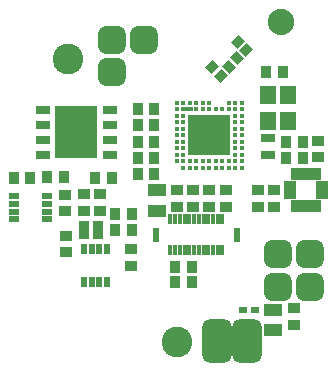
<source format=gts>
G04*
G04 #@! TF.GenerationSoftware,Altium Limited,Altium Designer,19.0.12 (326)*
G04*
G04 Layer_Color=8388736*
%FSLAX24Y24*%
%MOIN*%
G70*
G01*
G75*
%ADD35R,0.0356X0.0434*%
%ADD36R,0.0230X0.0513*%
%ADD37R,0.0171X0.0328*%
G04:AMPARAMS|DCode=38|XSize=33.6mil|YSize=29.7mil|CornerRadius=0mil|HoleSize=0mil|Usage=FLASHONLY|Rotation=45.000|XOffset=0mil|YOffset=0mil|HoleType=Round|Shape=Rectangle|*
%AMROTATEDRECTD38*
4,1,4,-0.0014,-0.0224,-0.0224,-0.0014,0.0014,0.0224,0.0224,0.0014,-0.0014,-0.0224,0.0*
%
%ADD38ROTATEDRECTD38*%

G04:AMPARAMS|DCode=39|XSize=33.6mil|YSize=29.7mil|CornerRadius=0mil|HoleSize=0mil|Usage=FLASHONLY|Rotation=315.000|XOffset=0mil|YOffset=0mil|HoleType=Round|Shape=Rectangle|*
%AMROTATEDRECTD39*
4,1,4,-0.0224,0.0014,-0.0014,0.0224,0.0224,-0.0014,0.0014,-0.0224,-0.0224,0.0014,0.0*
%
%ADD39ROTATEDRECTD39*%

%ADD40R,0.0434X0.0356*%
%ADD41R,0.0277X0.0198*%
%ADD42R,0.0592X0.0415*%
G04:AMPARAMS|DCode=43|XSize=93mil|YSize=93mil|CornerRadius=25.3mil|HoleSize=0mil|Usage=FLASHONLY|Rotation=0.000|XOffset=0mil|YOffset=0mil|HoleType=Round|Shape=RoundedRectangle|*
%AMROUNDEDRECTD43*
21,1,0.0930,0.0425,0,0,0.0*
21,1,0.0425,0.0930,0,0,0.0*
1,1,0.0505,0.0213,-0.0213*
1,1,0.0505,-0.0213,-0.0213*
1,1,0.0505,-0.0213,0.0213*
1,1,0.0505,0.0213,0.0213*
%
%ADD43ROUNDEDRECTD43*%
%ADD44R,0.0375X0.0237*%
%ADD45R,0.0198X0.0395*%
%ADD46R,0.0395X0.0198*%
%ADD47R,0.0493X0.0257*%
%ADD48R,0.1419X0.1773*%
%ADD49R,0.0552X0.0631*%
%ADD50R,0.0513X0.0316*%
%ADD51R,0.0237X0.0375*%
%ADD52R,0.0375X0.0190*%
%ADD53R,0.0391X0.0174*%
%ADD54R,0.0174X0.0174*%
%ADD55R,0.1437X0.1372*%
%ADD56C,0.0883*%
G04:AMPARAMS|DCode=57|XSize=145.8mil|YSize=98.6mil|CornerRadius=26.6mil|HoleSize=0mil|Usage=FLASHONLY|Rotation=90.000|XOffset=0mil|YOffset=0mil|HoleType=Round|Shape=RoundedRectangle|*
%AMROUNDEDRECTD57*
21,1,0.1458,0.0453,0,0,90.0*
21,1,0.0925,0.0986,0,0,90.0*
1,1,0.0533,0.0226,0.0463*
1,1,0.0533,0.0226,-0.0463*
1,1,0.0533,-0.0226,-0.0463*
1,1,0.0533,-0.0226,0.0463*
%
%ADD57ROUNDEDRECTD57*%
%ADD58C,0.1025*%
%ADD59C,0.0300*%
D35*
X379Y-3100D02*
D03*
X-172D02*
D03*
Y-2598D02*
D03*
X379D02*
D03*
X-5001Y396D02*
D03*
X-5552D02*
D03*
X-2173Y-1341D02*
D03*
X-1622D02*
D03*
X-4426Y400D02*
D03*
X-3874D02*
D03*
X-2274Y396D02*
D03*
X-2825D02*
D03*
X-1417Y508D02*
D03*
X-866D02*
D03*
X-1417Y1049D02*
D03*
X-866D02*
D03*
X-1417Y1591D02*
D03*
X-866D02*
D03*
X-1417Y2132D02*
D03*
X-866D02*
D03*
X-1417Y2673D02*
D03*
X-866D02*
D03*
X3415Y3898D02*
D03*
X2864D02*
D03*
X3530Y1591D02*
D03*
X4081D02*
D03*
X3530Y1049D02*
D03*
X4081D02*
D03*
X-2173Y-807D02*
D03*
X-1622D02*
D03*
D36*
X1896Y-1506D02*
D03*
X-813D02*
D03*
D37*
X-325Y-2028D02*
D03*
Y-984D02*
D03*
X1407Y-2028D02*
D03*
Y-984D02*
D03*
X-167D02*
D03*
X-10D02*
D03*
X148D02*
D03*
X305D02*
D03*
X463D02*
D03*
X620D02*
D03*
X778D02*
D03*
X935D02*
D03*
X1093D02*
D03*
X1250D02*
D03*
Y-2028D02*
D03*
X1093D02*
D03*
X935D02*
D03*
X778D02*
D03*
X620D02*
D03*
X463D02*
D03*
X305D02*
D03*
X148D02*
D03*
X-10D02*
D03*
X-167D02*
D03*
D38*
X2199Y4639D02*
D03*
X1921Y4917D02*
D03*
X1350Y3789D02*
D03*
X1072Y4068D02*
D03*
D39*
X1900Y4367D02*
D03*
X1622Y4089D02*
D03*
D40*
X3789Y-3967D02*
D03*
Y-4518D02*
D03*
X-3850Y-177D02*
D03*
Y-729D02*
D03*
X-3797Y-1537D02*
D03*
Y-2089D02*
D03*
X4596Y1624D02*
D03*
Y1073D02*
D03*
X3140Y-33D02*
D03*
Y-585D02*
D03*
X2598D02*
D03*
Y-33D02*
D03*
X-1624Y-2549D02*
D03*
Y-1998D02*
D03*
X1516Y-585D02*
D03*
Y-33D02*
D03*
X974Y-585D02*
D03*
Y-33D02*
D03*
X433Y-585D02*
D03*
Y-33D02*
D03*
X-108Y-585D02*
D03*
Y-33D02*
D03*
X-3207Y-157D02*
D03*
Y-709D02*
D03*
X-2657Y-157D02*
D03*
Y-709D02*
D03*
D41*
X2096Y-4006D02*
D03*
X2490D02*
D03*
D42*
X3100D02*
D03*
Y-4675D02*
D03*
X-778Y-703D02*
D03*
Y-33D02*
D03*
D43*
X-2274Y3898D02*
D03*
X4331Y-2165D02*
D03*
X3248D02*
D03*
Y-3250D02*
D03*
X-1191Y4980D02*
D03*
X-2274D02*
D03*
X4331Y-3250D02*
D03*
D44*
X-4450Y-994D02*
D03*
Y-738D02*
D03*
Y-482D02*
D03*
Y-226D02*
D03*
X-5552Y-994D02*
D03*
Y-738D02*
D03*
Y-482D02*
D03*
Y-226D02*
D03*
D45*
X3809Y508D02*
D03*
X4006D02*
D03*
X4203D02*
D03*
X4400D02*
D03*
X4596D02*
D03*
Y-567D02*
D03*
X4400D02*
D03*
X4203D02*
D03*
X4006D02*
D03*
X3809D02*
D03*
D46*
X4740Y167D02*
D03*
Y-30D02*
D03*
Y-226D02*
D03*
X3665D02*
D03*
Y-30D02*
D03*
Y167D02*
D03*
D47*
X-2354Y1161D02*
D03*
X-2354Y1661D02*
D03*
Y2161D02*
D03*
X-2354Y2661D02*
D03*
X-4575Y1161D02*
D03*
X-4575Y1661D02*
D03*
Y2161D02*
D03*
X-4575Y2661D02*
D03*
D48*
X-3465Y1911D02*
D03*
D49*
X2923Y2274D02*
D03*
Y3140D02*
D03*
X3593D02*
D03*
Y2274D02*
D03*
D50*
X2923Y1709D02*
D03*
Y1157D02*
D03*
D51*
X-2439Y-1998D02*
D03*
X-2695Y-1998D02*
D03*
X-2951Y-1998D02*
D03*
X-3207Y-1998D02*
D03*
X-2439Y-3100D02*
D03*
X-2695D02*
D03*
X-2951D02*
D03*
X-3207D02*
D03*
D52*
Y-1144D02*
D03*
Y-1341D02*
D03*
Y-1537D02*
D03*
X-2754Y-1144D02*
D03*
Y-1341D02*
D03*
Y-1537D02*
D03*
D53*
X217Y2673D02*
D03*
D54*
X1841Y2024D02*
D03*
Y1807D02*
D03*
X1191Y941D02*
D03*
X541D02*
D03*
X108Y1591D02*
D03*
Y1807D02*
D03*
Y2240D02*
D03*
X541Y2673D02*
D03*
X758D02*
D03*
X974D02*
D03*
X1191D02*
D03*
X1407D02*
D03*
X1624D02*
D03*
X1841D02*
D03*
Y2457D02*
D03*
Y2240D02*
D03*
Y1591D02*
D03*
Y1374D02*
D03*
Y1157D02*
D03*
Y941D02*
D03*
X1624D02*
D03*
X1407D02*
D03*
X974D02*
D03*
X758D02*
D03*
X325D02*
D03*
X108D02*
D03*
Y1157D02*
D03*
Y1374D02*
D03*
Y2024D02*
D03*
Y2457D02*
D03*
X758Y724D02*
D03*
X108Y2890D02*
D03*
X-108Y941D02*
D03*
Y1157D02*
D03*
Y1374D02*
D03*
Y1591D02*
D03*
Y1807D02*
D03*
Y2024D02*
D03*
Y2240D02*
D03*
Y2457D02*
D03*
Y2673D02*
D03*
Y2890D02*
D03*
X108Y724D02*
D03*
X325D02*
D03*
X541D02*
D03*
X974D02*
D03*
X1191D02*
D03*
X1407D02*
D03*
X1624D02*
D03*
X1841D02*
D03*
X2057D02*
D03*
Y941D02*
D03*
Y1157D02*
D03*
Y1374D02*
D03*
Y1591D02*
D03*
Y1807D02*
D03*
Y2024D02*
D03*
Y2240D02*
D03*
Y2457D02*
D03*
Y2673D02*
D03*
Y2890D02*
D03*
X1841D02*
D03*
X1624D02*
D03*
X974D02*
D03*
X758D02*
D03*
X541D02*
D03*
X325D02*
D03*
D55*
X974Y1807D02*
D03*
D56*
X3346Y5568D02*
D03*
D57*
X1230Y-5060D02*
D03*
X2230D02*
D03*
D58*
X-3740Y4331D02*
D03*
X-108Y-5089D02*
D03*
D59*
X1407Y2240D02*
D03*
X541D02*
D03*
Y1374D02*
D03*
X1407D02*
D03*
M02*

</source>
